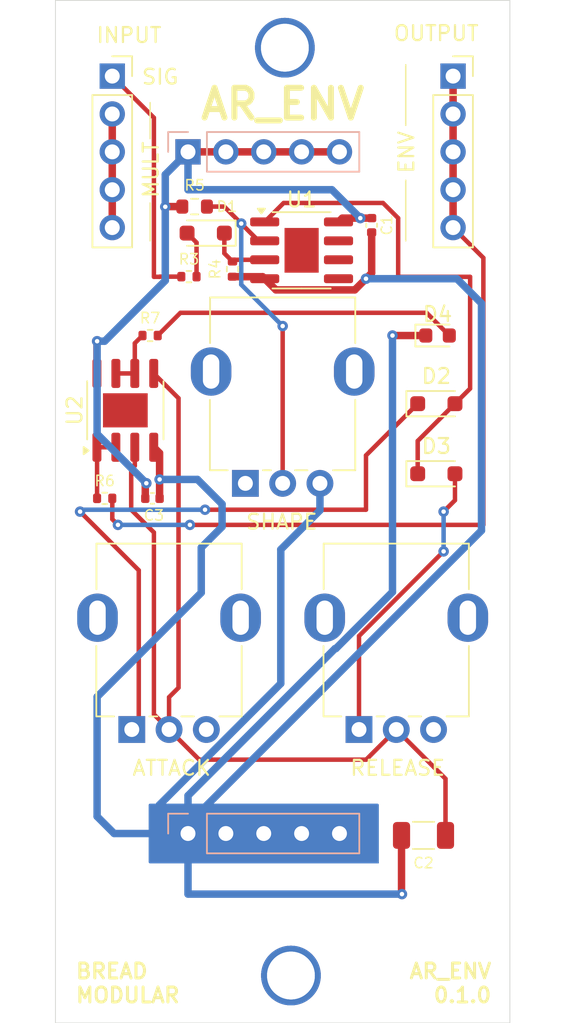
<source format=kicad_pcb>
(kicad_pcb (version 20240108) (generator "pcbnew") (generator_version "8.0")
  (layers (0 "F.Cu" signal) (31 "B.Cu" signal) (34 "B.Paste" user) (35 "F.Paste" user) (36 "B.SilkS" user "B.Silkscreen") (37 "F.SilkS" user "F.Silkscreen") (38 "B.Mask" user) (39 "F.Mask" user) (44 "Edge.Cuts" user))
  (net 0 "")
  (net 1 "GND")
  (net 2 "+5V")
  (net 3 "V_SHAPE")
  (net 4 "Net-(D1-K)")
  (net 5 "Net-(D1-A)")
  (net 6 "Net-(D2-K)")
  (net 7 "Net-(D2-A)")
  (net 8 "Net-(D3-A)")
  (net 9 "Net-(D4-A)")
  (net 10 "Net-(INPUT1-Pin_2)")
  (net 11 "V_IN")
  (net 12 "V_OUT")
  (net 13 "Net-(U1A--)")
  (net 14 "Net-(U2A--)")
  (net 15 "Net-(U2B--)")
  (footprint "Capacitor_SMD:C_0402_1005Metric" (layer "F.Cu") (at 53.495 74.041)
    (property "Reference" "C3" (at 0.099 1.143 0) (layer "F.SilkS") (effects (font (size 0.7 0.7) (thickness 0.1))))
    (property "Value" "0.1uf")
    (fp_line (start -0.107836 -0.36) (end 0.107836 -0.36) (stroke (width 0.12)) (layer "F.SilkS"))
    (fp_line (start -0.107836 0.36) (end 0.107836 0.36) (stroke (width 0.12)) (layer "F.SilkS"))
    (pad "1" smd roundrect (at -0.48 0) (size 0.56 0.62) (layers "F.Cu" "F.Paste" "F.Mask") (net 2 "+5V"))
    (pad "2" smd roundrect (at 0.48 0) (size 0.56 0.62) (layers "F.Cu" "F.Paste" "F.Mask") (net 1 "GND"))
  )
  (footprint "Capacitor_SMD:C_0402_1005Metric" (layer "F.Cu") (at 68.199 55.725 -90)
    (property "Reference" "C1" (at 0 -1.016 90) (layer "F.SilkS") (effects (font (size 0.7 0.7) (thickness 0.1))))
    (property "Value" "0.1uf")
    (fp_line (start -0.107836 0.36) (end 0.107836 0.36) (stroke (width 0.12)) (layer "F.SilkS"))
    (fp_line (start -0.107836 -0.36) (end 0.107836 -0.36) (stroke (width 0.12)) (layer "F.SilkS"))
    (pad "1" smd roundrect (at -0.48 0 270) (size 0.56 0.62) (layers "F.Cu" "F.Paste" "F.Mask") (net 2 "+5V"))
    (pad "2" smd roundrect (at 0.48 0 270) (size 0.56 0.62) (layers "F.Cu" "F.Paste" "F.Mask") (net 1 "GND"))
  )
  (footprint "Resistor_SMD:R_0402_1005Metric" (layer "F.Cu") (at 58.866 58.664 90)
    (property "Reference" "R4" (at 0 -1.17 90) (layer "F.SilkS") (effects (font (size 0.7 0.7) (thickness 0.1))))
    (property "Value" "100k")
    (fp_line (start -0.153641 -0.38) (end 0.153641 -0.38) (stroke (width 0.12)) (layer "F.SilkS"))
    (fp_line (start -0.153641 0.38) (end 0.153641 0.38) (stroke (width 0.12)) (layer "F.SilkS"))
    (pad "1" smd roundrect (at -0.51 0 90) (size 0.54 0.64) (layers "F.Cu" "F.Paste" "F.Mask") (net 1 "GND"))
    (pad "2" smd roundrect (at 0.51 0 90) (size 0.54 0.64) (layers "F.Cu" "F.Paste" "F.Mask") (net 4 "Net-(D1-K)"))
  )
  (footprint "Package_SO:SOIC-8-1EP_3.9x4.9mm_P1.27mm_EP2.29x3mm" (layer "F.Cu") (at 63.5 57.404)
    (property "Reference" "U1" (at 0 -3.4 0) (layer "F.SilkS"))
    (property "Value" "MCP6002-xSN")
    (fp_line (start 0 -2.56) (end -1.95 -2.56) (stroke (width 0.12)) (layer "F.SilkS"))
    (fp_line (start 0 -2.56) (end 1.95 -2.56) (stroke (width 0.12)) (layer "F.SilkS"))
    (fp_line (start 0 2.56) (end -1.95 2.56) (stroke (width 0.12)) (layer "F.SilkS"))
    (fp_line (start 0 2.56) (end 1.95 2.56) (stroke (width 0.12)) (layer "F.SilkS"))
    (fp_poly (pts (xy -2.7 -2.465) (xy -2.94 -2.795) (xy -2.46 -2.795) (xy -2.7 -2.465)) (stroke (width 0.12)) (fill solid) (layer "F.SilkS"))
    (pad "1" smd roundrect (at -2.475 -1.905) (size 1.95 0.6) (layers "F.Cu" "F.Paste" "F.Mask") (net 7 "Net-(D2-A)"))
    (pad "2" smd roundrect (at -2.475 -0.635) (size 1.95 0.6) (layers "F.Cu" "F.Paste" "F.Mask") (net 13 "Net-(U1A--)"))
    (pad "3" smd roundrect (at -2.475 0.635) (size 1.95 0.6) (layers "F.Cu" "F.Paste" "F.Mask") (net 4 "Net-(D1-K)"))
    (pad "4" smd roundrect (at -2.475 1.905) (size 1.95 0.6) (layers "F.Cu" "F.Paste" "F.Mask") (net 1 "GND"))
    (pad "5" smd roundrect (at 2.475 1.905) (size 1.95 0.6) (layers "F.Cu" "F.Paste" "F.Mask"))
    (pad "6" smd roundrect (at 2.475 0.635) (size 1.95 0.6) (layers "F.Cu" "F.Paste" "F.Mask"))
    (pad "7" smd roundrect (at 2.475 -0.635) (size 1.95 0.6) (layers "F.Cu" "F.Paste" "F.Mask"))
    (pad "8" smd roundrect (at 2.475 -1.905) (size 1.95 0.6) (layers "F.Cu" "F.Paste" "F.Mask") (net 2 "+5V"))
    (pad "9" smd rect (at 0 0) (size 2.29 3) (property pad_prop_heatsink) (layers "F.Cu" "F.Mask"))
  )
  (footprint "Resistor_SMD:R_0603_1608Metric" (layer "F.Cu") (at 56.325 54.471)
    (property "Reference" "R5" (at 0 -1.43 0) (layer "F.SilkS") (effects (font (size 0.7 0.7) (thickness 0.1))))
    (property "Value" "6.8k")
    (fp_line (start -0.237258 -0.5225) (end 0.237258 -0.5225) (stroke (width 0.12)) (layer "F.SilkS"))
    (fp_line (start -0.237258 0.5225) (end 0.237258 0.5225) (stroke (width 0.12)) (layer "F.SilkS"))
    (pad "1" smd roundrect (at -0.825 0) (size 0.8 0.95) (layers "F.Cu" "F.Paste" "F.Mask") (net 2 "+5V"))
    (pad "2" smd roundrect (at 0.825 0) (size 0.8 0.95) (layers "F.Cu" "F.Paste" "F.Mask") (net 13 "Net-(U1A--)"))
  )
  (footprint "Connector_PinSocket_2.54mm:PinSocket_1x05_P2.54mm_Vertical" (layer "F.Cu") (at 50.8 45.72)
    (property "Reference" "INPUT1")
    (property "Value" "Conn_01x05_Socket")
    (fp_line (start -1.33 1.27) (end -1.33 11.49) (stroke (width 0.12)) (layer "F.SilkS"))
    (fp_line (start -1.33 1.27) (end 1.33 1.27) (stroke (width 0.12)) (layer "F.SilkS"))
    (fp_line (start -1.33 11.49) (end 1.33 11.49) (stroke (width 0.12)) (layer "F.SilkS"))
    (fp_line (start 0 -1.33) (end 1.33 -1.33) (stroke (width 0.12)) (layer "F.SilkS"))
    (fp_line (start 1.33 -1.33) (end 1.33 0) (stroke (width 0.12)) (layer "F.SilkS"))
    (fp_line (start 1.33 1.27) (end 1.33 11.49) (stroke (width 0.12)) (layer "F.SilkS"))
    (pad "1" thru_hole rect (at 0 0) (size 1.7 1.7) (drill 1) (layers "*.Cu" "*.Mask") (net 11 "V_IN"))
    (pad "2" thru_hole oval (at 0 2.54) (size 1.7 1.7) (drill 1) (layers "*.Cu" "*.Mask") (net 10 "Net-(INPUT1-Pin_2)"))
    (pad "3" thru_hole oval (at 0 5.08) (size 1.7 1.7) (drill 1) (layers "*.Cu" "*.Mask") (net 10 "Net-(INPUT1-Pin_2)"))
    (pad "4" thru_hole oval (at 0 7.62) (size 1.7 1.7) (drill 1) (layers "*.Cu" "*.Mask") (net 10 "Net-(INPUT1-Pin_2)"))
    (pad "5" thru_hole oval (at 0 10.16) (size 1.7 1.7) (drill 1) (layers "*.Cu" "*.Mask") (net 10 "Net-(INPUT1-Pin_2)"))
  )
  (footprint "LED_SMD:LED_0603_1608Metric" (layer "F.Cu") (at 72.6185 63.119)
    (property "Reference" "D4" (at 0 -1.43 0) (layer "F.SilkS"))
    (property "Value" "LED")
    (fp_line (start -1.485 -0.735) (end -1.485 0.735) (stroke (width 0.12)) (layer "F.SilkS"))
    (fp_line (start -1.485 0.735) (end 0.8 0.735) (stroke (width 0.12)) (layer "F.SilkS"))
    (fp_line (start 0.8 -0.735) (end -1.485 -0.735) (stroke (width 0.12)) (layer "F.SilkS"))
    (pad "1" smd roundrect (at -0.7875 0) (size 0.875 0.95) (layers "F.Cu" "F.Paste" "F.Mask") (net 1 "GND"))
    (pad "2" smd roundrect (at 0.7875 0) (size 0.875 0.95) (layers "F.Cu" "F.Paste" "F.Mask") (net 9 "Net-(D4-A)"))
  )
  (footprint "Connector_PinSocket_2.54mm:PinSocket_1x05_P2.54mm_Vertical" (layer "F.Cu") (at 73.66 45.72)
    (property "Reference" "OUTPUT2")
    (property "Value" "Conn_01x05_Socket")
    (fp_line (start -1.33 1.27) (end -1.33 11.49) (stroke (width 0.12)) (layer "F.SilkS"))
    (fp_line (start -1.33 1.27) (end 1.33 1.27) (stroke (width 0.12)) (layer "F.SilkS"))
    (fp_line (start -1.33 11.49) (end 1.33 11.49) (stroke (width 0.12)) (layer "F.SilkS"))
    (fp_line (start 0 -1.33) (end 1.33 -1.33) (stroke (width 0.12)) (layer "F.SilkS"))
    (fp_line (start 1.33 -1.33) (end 1.33 0) (stroke (width 0.12)) (layer "F.SilkS"))
    (fp_line (start 1.33 1.27) (end 1.33 11.49) (stroke (width 0.12)) (layer "F.SilkS"))
    (pad "1" thru_hole rect (at 0 0) (size 1.7 1.7) (drill 1) (layers "*.Cu" "*.Mask") (net 12 "V_OUT"))
    (pad "2" thru_hole oval (at 0 2.54) (size 1.7 1.7) (drill 1) (layers "*.Cu" "*.Mask") (net 12 "V_OUT"))
    (pad "3" thru_hole oval (at 0 5.08) (size 1.7 1.7) (drill 1) (layers "*.Cu" "*.Mask") (net 12 "V_OUT"))
    (pad "4" thru_hole oval (at 0 7.62) (size 1.7 1.7) (drill 1) (layers "*.Cu" "*.Mask") (net 12 "V_OUT"))
    (pad "5" thru_hole oval (at 0 10.16) (size 1.7 1.7) (drill 1) (layers "*.Cu" "*.Mask") (net 12 "V_OUT"))
  )
  (footprint "Resistor_SMD:R_0402_1005Metric" (layer "F.Cu") (at 50.292 74.041)
    (property "Reference" "R6" (at 0 -1.17 0) (layer "F.SilkS") (effects (font (size 0.7 0.7) (thickness 0.1))))
    (property "Value" "1k")
    (fp_line (start -0.153641 -0.38) (end 0.153641 -0.38) (stroke (width 0.12)) (layer "F.SilkS"))
    (fp_line (start -0.153641 0.38) (end 0.153641 0.38) (stroke (width 0.12)) (layer "F.SilkS"))
    (pad "1" smd roundrect (at -0.51 0) (size 0.54 0.64) (layers "F.Cu" "F.Paste" "F.Mask") (net 14 "Net-(U2A--)"))
    (pad "2" smd roundrect (at 0.51 0) (size 0.54 0.64) (layers "F.Cu" "F.Paste" "F.Mask") (net 12 "V_OUT"))
  )
  (footprint "BreadModular_Pots:Potentiometer_RV09" (layer "F.Cu") (at 59.73 73.035 90)
    (property "Reference" "RV1")
    (property "Value" "5k")
    (fp_line (start 0.88 -2.38) (end 5.6 -2.38) (stroke (width 0.12)) (layer "F.SilkS"))
    (fp_line (start 9.41 -2.37) (end 12.47 -2.37) (stroke (width 0.12)) (layer "F.SilkS"))
    (fp_line (start 0.88 -1.19) (end 0.88 -2.37) (stroke (width 0.12)) (layer "F.SilkS"))
    (fp_line (start 0.88 1.71) (end 0.88 1.18) (stroke (width 0.12)) (layer "F.SilkS"))
    (fp_line (start 0.88 4.16) (end 0.88 3.33) (stroke (width 0.12)) (layer "F.SilkS"))
    (fp_line (start 12.47 7.37) (end 12.47 -2.37) (stroke (width 0.12)) (layer "F.SilkS"))
    (fp_line (start 9.41 7.37) (end 12.47 7.37) (stroke (width 0.12)) (layer "F.SilkS"))
    (fp_line (start 0.88 7.37) (end 0.88 5.88) (stroke (width 0.12)) (layer "F.SilkS"))
    (fp_line (start 0.88 7.37) (end 5.6 7.37) (stroke (width 0.12)) (layer "F.SilkS"))
    (pad "" thru_hole oval (at 7.5 -2.3 180) (size 2.72 3.24) (drill oval 1.1 2.3) (layers "*.Cu" "*.Mask"))
    (pad "" thru_hole oval (at 7.5 7.3 180) (size 2.72 3.24) (drill oval 1.1 2.3) (layers "*.Cu" "*.Mask"))
    (pad "1" thru_hole rect (at 0 0 180) (size 1.8 1.8) (drill 1) (layers "*.Cu" "*.Mask"))
    (pad "2" thru_hole circle (at 0 2.5 180) (size 1.8 1.8) (drill 1) (layers "*.Cu" "*.Mask") (net 13 "Net-(U1A--)"))
    (pad "3" thru_hole circle (at 0 5 180) (size 1.8 1.8) (drill 1) (layers "*.Cu" "*.Mask") (net 1 "GND"))
  )
  (footprint "Resistor_SMD:R_0402_1005Metric" (layer "F.Cu") (at 55.943 59.17)
    (property "Reference" "R3" (at 0 -1.17 0) (layer "F.SilkS") (effects (font (size 0.7 0.7) (thickness 0.1))))
    (property "Value" "100k")
    (fp_line (start -0.153641 -0.38) (end 0.153641 -0.38) (stroke (width 0.12)) (layer "F.SilkS"))
    (fp_line (start -0.153641 0.38) (end 0.153641 0.38) (stroke (width 0.12)) (layer "F.SilkS"))
    (pad "1" smd roundrect (at -0.51 0) (size 0.54 0.64) (layers "F.Cu" "F.Paste" "F.Mask") (net 11 "V_IN"))
    (pad "2" smd roundrect (at 0.51 0) (size 0.54 0.64) (layers "F.Cu" "F.Paste" "F.Mask") (net 5 "Net-(D1-A)"))
  )
  (footprint "Capacitor_SMD:C_1206_3216Metric" (layer "F.Cu") (at 71.677 96.647 180)
    (property "Reference" "C2" (at 0 -1.85 360) (layer "F.SilkS") (effects (font (size 0.7 0.7) (thickness 0.1))))
    (property "Value" "1uf")
    (fp_line (start -0.711252 0.91) (end 0.711252 0.91) (stroke (width 0.12)) (layer "F.SilkS"))
    (fp_line (start -0.711252 -0.91) (end 0.711252 -0.91) (stroke (width 0.12)) (layer "F.SilkS"))
    (pad "1" smd roundrect (at -1.475 0 180) (size 1.15 1.8) (layers "F.Cu" "F.Paste" "F.Mask") (roundrect_rratio 0.217391) (net 3 "V_SHAPE"))
    (pad "2" smd roundrect (at 1.475 0 180) (size 1.15 1.8) (layers "F.Cu" "F.Paste" "F.Mask") (roundrect_rratio 0.217391) (net 1 "GND"))
  )
  (footprint "BreadModular_Pots:Potentiometer_RV09" (layer "F.Cu") (at 52.11 89.545 90)
    (property "Reference" "RV2")
    (property "Value" "1M")
    (fp_line (start 0.88 -2.38) (end 5.6 -2.38) (stroke (width 0.12)) (layer "F.SilkS"))
    (fp_line (start 9.41 -2.37) (end 12.47 -2.37) (stroke (width 0.12)) (layer "F.SilkS"))
    (fp_line (start 0.88 -1.19) (end 0.88 -2.37) (stroke (width 0.12)) (layer "F.SilkS"))
    (fp_line (start 0.88 1.71) (end 0.88 1.18) (stroke (width 0.12)) (layer "F.SilkS"))
    (fp_line (start 0.88 4.16) (end 0.88 3.33) (stroke (width 0.12)) (layer "F.SilkS"))
    (fp_line (start 12.47 7.37) (end 12.47 -2.37) (stroke (width 0.12)) (layer "F.SilkS"))
    (fp_line (start 9.41 7.37) (end 12.47 7.37) (stroke (width 0.12)) (layer "F.SilkS"))
    (fp_line (start 0.88 7.37) (end 0.88 5.88) (stroke (width 0.12)) (layer "F.SilkS"))
    (fp_line (start 0.88 7.37) (end 5.6 7.37) (stroke (width 0.12)) (layer "F.SilkS"))
    (pad "" thru_hole oval (at 7.5 -2.3 180) (size 2.72 3.24) (drill oval 1.1 2.3) (layers "*.Cu" "*.Mask"))
    (pad "" thru_hole oval (at 7.5 7.3 180) (size 2.72 3.24) (drill oval 1.1 2.3) (layers "*.Cu" "*.Mask"))
    (pad "1" thru_hole rect (at 0 0 180) (size 1.8 1.8) (drill 1) (layers "*.Cu" "*.Mask") (net 6 "Net-(D2-K)"))
    (pad "2" thru_hole circle (at 0 2.5 180) (size 1.8 1.8) (drill 1) (layers "*.Cu" "*.Mask") (net 3 "V_SHAPE"))
    (pad "3" thru_hole circle (at 0 5 180) (size 1.8 1.8) (drill 1) (layers "*.Cu" "*.Mask"))
  )
  (footprint "Diode_SMD:D_SOD-323_HandSoldering" (layer "F.Cu") (at 72.537 67.691)
    (property "Reference" "D2" (at 0 -1.85 0) (layer "F.SilkS"))
    (property "Value" "1N4148WS")
    (fp_line (start -2.01 -0.85) (end -2.01 0.85) (stroke (width 0.12)) (layer "F.SilkS"))
    (fp_line (start -2.01 -0.85) (end 1.25 -0.85) (stroke (width 0.12)) (layer "F.SilkS"))
    (fp_line (start -2.01 0.85) (end 1.25 0.85) (stroke (width 0.12)) (layer "F.SilkS"))
    (pad "1" smd roundrect (at -1.25 0) (size 1 1) (layers "F.Cu" "F.Paste" "F.Mask") (net 6 "Net-(D2-K)"))
    (pad "2" smd roundrect (at 1.25 0) (size 1 1) (layers "F.Cu" "F.Paste" "F.Mask") (net 7 "Net-(D2-A)"))
  )
  (footprint "Package_SO:SOIC-8-1EP_3.9x4.9mm_P1.27mm_EP2.29x3mm" (layer "F.Cu") (at 51.677 68.137 90)
    (property "Reference" "U2" (at 0 -3.4 90) (layer "F.SilkS"))
    (property "Value" "MCP6002-xSN")
    (fp_line (start 0 -2.56) (end 1.95 -2.56) (stroke (width 0.12)) (layer "F.SilkS"))
    (fp_line (start 0 -2.56) (end -1.95 -2.56) (stroke (width 0.12)) (layer "F.SilkS"))
    (fp_line (start 0 2.56) (end 1.95 2.56) (stroke (width 0.12)) (layer "F.SilkS"))
    (fp_line (start 0 2.56) (end -1.95 2.56) (stroke (width 0.12)) (layer "F.SilkS"))
    (fp_poly (pts (xy -2.7 -2.465) (xy -2.94 -2.795) (xy -2.46 -2.795) (xy -2.7 -2.465)) (stroke (width 0.12)) (fill solid) (layer "F.SilkS"))
    (pad "1" smd roundrect (at -2.475 -1.905 90) (size 1.95 0.6) (layers "F.Cu" "F.Paste" "F.Mask") (net 14 "Net-(U2A--)"))
    (pad "2" smd roundrect (at -2.475 -0.635 90) (size 1.95 0.6) (layers "F.Cu" "F.Paste" "F.Mask") (net 14 "Net-(U2A--)"))
    (pad "3" smd roundrect (at -2.475 0.635 90) (size 1.95 0.6) (layers "F.Cu" "F.Paste" "F.Mask") (net 3 "V_SHAPE"))
    (pad "4" smd roundrect (at -2.475 1.905 90) (size 1.95 0.6) (layers "F.Cu" "F.Paste" "F.Mask") (net 1 "GND"))
    (pad "5" smd roundrect (at 2.475 1.905 90) (size 1.95 0.6) (layers "F.Cu" "F.Paste" "F.Mask") (net 3 "V_SHAPE"))
    (pad "6" smd roundrect (at 2.475 0.635 90) (size 1.95 0.6) (layers "F.Cu" "F.Paste" "F.Mask") (net 15 "Net-(U2B--)"))
    (pad "7" smd roundrect (at 2.475 -0.635 90) (size 1.95 0.6) (layers "F.Cu" "F.Paste" "F.Mask") (net 15 "Net-(U2B--)"))
    (pad "8" smd roundrect (at 2.475 -1.905 90) (size 1.95 0.6) (layers "F.Cu" "F.Paste" "F.Mask") (net 2 "+5V"))
    (pad "9" smd rect (at 0 0 90) (size 2.29 3) (property pad_prop_heatsink) (layers "F.Cu" "F.Mask"))
  )
  (footprint "Diode_SMD:D_SOD-323_HandSoldering" (layer "F.Cu") (at 57.068 56.249 180)
    (property "Reference" "D1" (at -1.417 1.778 0) (layer "F.SilkS") (effects (font (size 0.7 0.7) (thickness 0.1))))
    (property "Value" "1N4148WS")
    (fp_line (start -2.01 0.85) (end 1.25 0.85) (stroke (width 0.12)) (layer "F.SilkS"))
    (fp_line (start -2.01 -0.85) (end 1.25 -0.85) (stroke (width 0.12)) (layer "F.SilkS"))
    (fp_line (start -2.01 -0.85) (end -2.01 0.85) (stroke (width 0.12)) (layer "F.SilkS"))
    (pad "1" smd roundrect (at -1.25 0 180) (size 1 1) (layers "F.Cu" "F.Paste" "F.Mask") (net 4 "Net-(D1-K)"))
    (pad "2" smd roundrect (at 1.25 0 180) (size 1 1) (layers "F.Cu" "F.Paste" "F.Mask") (net 5 "Net-(D1-A)"))
  )
  (footprint "Diode_SMD:D_SOD-323_HandSoldering" (layer "F.Cu") (at 72.537 72.39)
    (property "Reference" "D3" (at 0 -1.85 0) (layer "F.SilkS"))
    (property "Value" "1N4148WS")
    (fp_line (start -2.01 -0.85) (end -2.01 0.85) (stroke (width 0.12)) (layer "F.SilkS"))
    (fp_line (start -2.01 -0.85) (end 1.25 -0.85) (stroke (width 0.12)) (layer "F.SilkS"))
    (fp_line (start -2.01 0.85) (end 1.25 0.85) (stroke (width 0.12)) (layer "F.SilkS"))
    (pad "1" smd roundrect (at -1.25 0) (size 1 1) (layers "F.Cu" "F.Paste" "F.Mask") (net 7 "Net-(D2-A)"))
    (pad "2" smd roundrect (at 1.25 0) (size 1 1) (layers "F.Cu" "F.Paste" "F.Mask") (net 8 "Net-(D3-A)"))
  )
  (footprint "Resistor_SMD:R_0402_1005Metric" (layer "F.Cu") (at 53.338 63.119)
    (property "Reference" "R7" (at 0 -1.17 0) (layer "F.SilkS") (effects (font (size 0.7 0.7) (thickness 0.1))))
    (property "Value" "1k")
    (fp_line (start -0.153641 -0.38) (end 0.153641 -0.38) (stroke (width 0.12)) (layer "F.SilkS"))
    (fp_line (start -0.153641 0.38) (end 0.153641 0.38) (stroke (width 0.12)) (layer "F.SilkS"))
    (pad "1" smd roundrect (at -0.51 0) (size 0.54 0.64) (layers "F.Cu" "F.Paste" "F.Mask") (net 15 "Net-(U2B--)"))
    (pad "2" smd roundrect (at 0.51 0) (size 0.54 0.64) (layers "F.Cu" "F.Paste" "F.Mask") (net 9 "Net-(D4-A)"))
  )
  (footprint "BreadModular_Pots:Potentiometer_RV09" (layer "F.Cu") (at 67.35 89.545 90)
    (property "Reference" "RV3")
    (property "Value" "1M")
    (fp_line (start 0.88 -2.38) (end 5.6 -2.38) (stroke (width 0.12)) (layer "F.SilkS"))
    (fp_line (start 9.41 -2.37) (end 12.47 -2.37) (stroke (width 0.12)) (layer "F.SilkS"))
    (fp_line (start 0.88 -1.19) (end 0.88 -2.37) (stroke (width 0.12)) (layer "F.SilkS"))
    (fp_line (start 0.88 1.71) (end 0.88 1.18) (stroke (width 0.12)) (layer "F.SilkS"))
    (fp_line (start 0.88 4.16) (end 0.88 3.33) (stroke (width 0.12)) (layer "F.SilkS"))
    (fp_line (start 12.47 7.37) (end 12.47 -2.37) (stroke (width 0.12)) (layer "F.SilkS"))
    (fp_line (start 9.41 7.37) (end 12.47 7.37) (stroke (width 0.12)) (layer "F.SilkS"))
    (fp_line (start 0.88 7.37) (end 0.88 5.88) (stroke (width 0.12)) (layer "F.SilkS"))
    (fp_line (start 0.88 7.37) (end 5.6 7.37) (stroke (width 0.12)) (layer "F.SilkS"))
    (pad "" thru_hole oval (at 7.5 -2.3 180) (size 2.72 3.24) (drill oval 1.1 2.3) (layers "*.Cu" "*.Mask"))
    (pad "" thru_hole oval (at 7.5 7.3 180) (size 2.72 3.24) (drill oval 1.1 2.3) (layers "*.Cu" "*.Mask"))
    (pad "1" thru_hole rect (at 0 0 180) (size 1.8 1.8) (drill 1) (layers "*.Cu" "*.Mask") (net 8 "Net-(D3-A)"))
    (pad "2" thru_hole circle (at 0 2.5 180) (size 1.8 1.8) (drill 1) (layers "*.Cu" "*.Mask") (net 3 "V_SHAPE"))
    (pad "3" thru_hole circle (at 0 5 180) (size 1.8 1.8) (drill 1) (layers "*.Cu" "*.Mask"))
  )
  (footprint "Connector_PinHeader_2.54mm:PinHeader_1x05_P2.54mm_Vertical" (layer "B.Cu") (at 55.88 96.52 -90)
    (property "Reference" "GND1" (hide yes))
    (property "Value" "Conn_01x05_Pin")
    (fp_line (start -1.33 1.33) (end -1.33 0) (stroke (width 0.12)) (layer "B.SilkS"))
    (fp_line (start 0 1.33) (end -1.33 1.33) (stroke (width 0.12)) (layer "B.SilkS"))
    (fp_line (start 1.33 -1.27) (end -1.33 -1.27) (stroke (width 0.12)) (layer "B.SilkS"))
    (fp_line (start -1.33 -11.49) (end -1.33 -1.27) (stroke (width 0.12)) (layer "B.SilkS"))
    (fp_line (start 1.33 -11.49) (end 1.33 -1.27) (stroke (width 0.12)) (layer "B.SilkS"))
    (fp_line (start 1.33 -11.49) (end -1.33 -11.49) (stroke (width 0.12)) (layer "B.SilkS"))
    (pad "1" thru_hole rect (at 0 0 270) (size 1.7 1.7) (drill 1) (layers "*.Cu" "*.Mask") (net 1 "GND"))
    (pad "2" thru_hole oval (at 0 -2.54 270) (size 1.7 1.7) (drill 1) (layers "*.Cu" "*.Mask") (net 1 "GND"))
    (pad "3" thru_hole oval (at 0 -5.08 270) (size 1.7 1.7) (drill 1) (layers "*.Cu" "*.Mask") (net 1 "GND"))
    (pad "4" thru_hole oval (at 0 -7.62 270) (size 1.7 1.7) (drill 1) (layers "*.Cu" "*.Mask") (net 1 "GND"))
    (pad "5" thru_hole oval (at 0 -10.16 270) (size 1.7 1.7) (drill 1) (layers "*.Cu" "*.Mask") (net 1 "GND"))
  )
  (footprint "Connector_PinHeader_2.54mm:PinHeader_1x05_P2.54mm_Vertical" (layer "B.Cu") (at 55.88 50.8 -90)
    (property "Reference" "5V1" (hide yes))
    (property "Value" "Conn_01x05_Pin")
    (fp_line (start -1.33 1.33) (end -1.33 0) (stroke (width 0.12)) (layer "B.SilkS"))
    (fp_line (start 0 1.33) (end -1.33 1.33) (stroke (width 0.12)) (layer "B.SilkS"))
    (fp_line (start 1.33 -1.27) (end -1.33 -1.27) (stroke (width 0.12)) (layer "B.SilkS"))
    (fp_line (start -1.33 -11.49) (end -1.33 -1.27) (stroke (width 0.12)) (layer "B.SilkS"))
    (fp_line (start 1.33 -11.49) (end 1.33 -1.27) (stroke (width 0.12)) (layer "B.SilkS"))
    (fp_line (start 1.33 -11.49) (end -1.33 -11.49) (stroke (width 0.12)) (layer "B.SilkS"))
    (pad "1" thru_hole rect (at 0 0 270) (size 1.7 1.7) (drill 1) (layers "*.Cu" "*.Mask") (net 2 "+5V"))
    (pad "2" thru_hole oval (at 0 -2.54 270) (size 1.7 1.7) (drill 1) (layers "*.Cu" "*.Mask") (net 2 "+5V"))
    (pad "3" thru_hole oval (at 0 -5.08 270) (size 1.7 1.7) (drill 1) (layers "*.Cu" "*.Mask") (net 2 "+5V"))
    (pad "4" thru_hole oval (at 0 -7.62 270) (size 1.7 1.7) (drill 1) (layers "*.Cu" "*.Mask") (net 2 "+5V"))
    (pad "5" thru_hole oval (at 0 -10.16 270) (size 1.7 1.7) (drill 1) (layers "*.Cu" "*.Mask") (net 2 "+5V"))
  )
  (gr_poly (pts (xy 53.34 94.615) (xy 68.58 94.615) (xy 68.58 98.425) (xy 53.34 98.425)) (stroke (width 0.2)) (fill solid) (layer "B.Cu") (net 1))
  (gr_line (start 70.485 49.022) (end 70.485 44.958) (stroke (width 0.1)) (layer "F.SilkS"))
  (gr_line (start 70.485 52.705) (end 70.485 56.769) (stroke (width 0.1)) (layer "F.SilkS"))
  (gr_line (start 53.34 49.911) (end 53.34 47.498) (stroke (width 0.1)) (layer "F.SilkS"))
  (gr_line (start 53.34 54.229) (end 53.34 56.769) (stroke (width 0.1)) (layer "F.SilkS"))
  (gr_line (start 46.99 109.22) (end 77.47 109.22) (stroke (width 0.05)) (layer "Edge.Cuts"))
  (gr_line (start 77.47 40.64) (end 46.99 40.64) (stroke (width 0.05)) (layer "Edge.Cuts"))
  (gr_line (start 46.99 40.64) (end 46.99 109.22) (stroke (width 0.05)) (layer "Edge.Cuts"))
  (gr_line (start 77.47 109.22) (end 77.47 40.64) (stroke (width 0.05)) (layer "Edge.Cuts"))
  (gr_text "SIG" (at 52.705 46.355 0) (layer "F.SilkS") (effects (font (size 1 1)) (justify left bottom)))
  (gr_text "SHAPE" (at 59.69 76.2 0) (layer "F.SilkS") (effects (font (size 1 1)) (justify left bottom)))
  (gr_text "ATTACK" (at 52.07 92.71 0) (layer "F.SilkS") (effects (font (size 1 1)) (justify left bottom)))
  (gr_text "AR_ENV\n0.1.0" (at 76.327 107.95 0) (layer "F.SilkS") (effects (font (size 1 1) (thickness 0.2) (bold yes)) (justify right bottom)))
  (gr_text "AR_ENV" (at 62.23 48.768 0) (layer "F.SilkS") (effects (font (size 2 2) (thickness 0.4) (bold yes)) (justify bottom)))
  (gr_text "RELEASE" (at 66.675 92.71 0) (layer "F.SilkS") (effects (font (size 1 1)) (justify left bottom)))
  (gr_text "ENV" (at 71.12 52.324 90) (layer "F.SilkS") (effects (font (size 1 1)) (justify left bottom)))
  (gr_text "INPUT" (at 49.657 43.561 0) (layer "F.SilkS") (effects (font (size 1 1)) (justify left bottom)))
  (gr_text "MULT" (at 53.975 53.975 90) (layer "F.SilkS") (effects (font (size 1 1)) (justify left bottom)))
  (gr_text "BREAD\nMODULAR" (at 48.26 107.95 0) (layer "F.SilkS") (effects (font (size 1 1) (thickness 0.2) (bold yes)) (justify left bottom)))
  (gr_text "OUTPUT" (at 69.596 43.434 0) (layer "F.SilkS") (effects (font (size 1 1)) (justify left bottom)))
  (via (at 62.37758 43.815) (size 4) (drill 3.2) (layers "F.Cu" "B.Cu") (net 0))
  (via (at 62.784908 106.045) (size 4) (drill 3.2) (layers "F.Cu" "B.Cu") (net 0))
  (via (at 62.37758 43.815) (size 4) (drill 3.2) (layers "F.Cu" "B.Cu") (net 0))
  (via (at 62.784908 106.045) (size 4) (drill 3.2) (layers "F.Cu" "B.Cu") (net 0))
  (via (at 62.784908 106.045) (size 4) (drill 3.2) (layers "F.Cu" "B.Cu") (net 0))
  (via (at 62.784908 106.045) (size 4) (drill 3.2) (layers "F.Cu" "B.Cu") (net 0))
  (via (at 62.37758 43.815) (size 4) (drill 3.2) (layers "F.Cu" "B.Cu") (net 0))
  (via (at 62.37758 43.815) (size 4) (drill 3.2) (layers "F.Cu" "B.Cu") (net 0))
  (segment (start 67.068 60.059) (end 67.818 59.309) (width 0.5) (layer "F.Cu") (net 1))
  (segment (start 55.88 96.52) (end 66.04 96.52) (width 0.5) (layer "F.Cu") (net 1))
  (segment (start 68.199 58.928) (end 68.199 56.205) (width 0.5) (layer "F.Cu") (net 1))
  (segment (start 71.831 63.119) (end 69.596 63.119) (width 0.5) (layer "F.Cu") (net 1))
  (segment (start 53.975 71.005) (end 53.975 72.771) (width 0.5) (layer "F.Cu") (net 1))
  (segment (start 70.202 96.647) (end 70.202 100.555) (width 0.5) (layer "F.Cu") (net 1))
  (segment (start 53.582 70.612) (end 53.975 71.005) (width 0.5) (layer "F.Cu") (net 1))
  (segment (start 60.89 59.174) (end 61.025 59.309) (width 0.5) (layer "F.Cu") (net 1))
  (segment (start 61.775 60.059) (end 67.068 60.059) (width 0.5) (layer "F.Cu") (net 1))
  (segment (start 67.818 59.309) (end 68.199 58.928) (width 0.5) (layer "F.Cu") (net 1))
  (segment (start 70.202 100.555) (end 70.231 100.584) (width 0.5) (layer "F.Cu") (net 1))
  (segment (start 61.025 59.309) (end 61.775 60.059) (width 0.5) (layer "F.Cu") (net 1))
  (segment (start 58.866 59.174) (end 60.89 59.174) (width 0.5) (layer "F.Cu") (net 1))
  (segment (start 53.975 72.771) (end 53.975 74.041) (width 0.5) (layer "F.Cu") (net 1))
  (via (at 53.975 72.771) (size 0.7) (drill 0.3) (layers "F.Cu" "B.Cu") (net 1))
  (via (at 67.818 59.309) (size 0.7) (drill 0.3) (layers "F.Cu" "B.Cu") (net 1))
  (via (at 69.596 63.119) (size 0.7) (drill 0.3) (layers "F.Cu" "B.Cu") (net 1))
  (via (at 70.231 100.584) (size 0.7) (drill 0.3) (layers "F.Cu" "B.Cu") (net 1))
  (segment (start 73.914 59.309) (end 75.565 60.96) (width 0.5) (layer "B.Cu") (net 1))
  (segment (start 65.799727 84.115) (end 65.745 84.115) (width 0.5) (layer "B.Cu") (net 1))
  (segment (start 49.784 95.377) (end 50.927 96.52) (width 0.5) (layer "B.Cu") (net 1))
  (segment (start 55.88 93.98) (end 55.88 96.52) (width 0.5) (layer "B.Cu") (net 1))
  (segment (start 49.784 87.351637) (end 49.784 95.377) (width 0.5) (layer "B.Cu") (net 1))
  (segment (start 56.769 80.366637) (end 49.784 87.351637) (width 0.5) (layer "B.Cu") (net 1))
  (segment (start 64.73 73.035) (end 64.73 74.843) (width 0.5) (layer "B.Cu") (net 1))
  (segment (start 69.596 63.119) (end 69.596 80.318727) (width 0.5) (layer "B.Cu") (net 1))
  (segment (start 55.88 100.584) (end 55.88 96.52) (width 0.5) (layer "B.Cu") (net 1))
  (segment (start 69.596 80.318727) (end 65.799727 84.115) (width 0.5) (layer "B.Cu") (net 1))
  (segment (start 62.103 77.47) (end 62.103 86.461189) (width 0.5) (layer "B.Cu") (net 1))
  (segment (start 53.962095 94.602094) (end 55.88 96.52) (width 0.5) (layer "B.Cu") (net 1))
  (segment (start 62.103 86.461189) (end 53.962095 94.602094) (width 0.5) (layer "B.Cu") (net 1))
  (segment (start 58.166 74.4235) (end 58.166 75.946) (width 0.5) (layer "B.Cu") (net 1))
  (segment (start 75.565 76.2) (end 55.88 95.885) (width 0.5) (layer "B.Cu") (net 1))
  (segment (start 65.745 84.115) (end 55.88 93.98) (width 0.5) (layer "B.Cu") (net 1))
  (segment (start 58.166 75.946) (end 56.769 77.343) (width 0.5) (layer "B.Cu") (net 1))
  (segment (start 64.73 74.843) (end 62.103 77.47) (width 0.5) (layer "B.Cu") (net 1))
  (segment (start 56.5135 72.771) (end 58.166 74.4235) (width 0.5) (layer "B.Cu") (net 1))
  (segment (start 53.975 72.771) (end 56.5135 72.771) (width 0.5) (layer "B.Cu") (net 1))
  (segment (start 70.231 100.584) (end 55.88 100.584) (width 0.5) (layer "B.Cu") (net 1))
  (segment (start 75.565 60.96) (end 75.565 76.2) (width 0.5) (layer "B.Cu") (net 1))
  (segment (start 67.818 59.309) (end 73.914 59.309) (width 0.5) (layer "B.Cu") (net 1))
  (segment (start 55.88 95.885) (end 55.88 96.52) (width 0.5) (layer "B.Cu") (net 1))
  (segment (start 50.927 96.52) (end 55.88 96.52) (width 0.5) (layer "B.Cu") (net 1))
  (segment (start 56.769 77.343) (end 56.769 80.366637) (width 0.5) (layer "B.Cu") (net 1))
  (segment (start 67.437 55.245) (end 68.199 55.245) (width 0.5) (layer "F.Cu") (net 2))
  (segment (start 65.975 55.499) (end 66.229 55.245) (width 0.5) (layer "F.Cu") (net 2))
  (segment (start 49.772 63.512) (end 49.784 63.5) (width 0.5) (layer "F.Cu") (net 2))
  (segment (start 49.772 65.662) (end 49.772 63.512) (width 0.5) (layer "F.Cu") (net 2))
  (segment (start 53.015 73.096) (end 53.086 73.025) (width 0.5) (layer "F.Cu") (net 2))
  (segment (start 53.015 74.041) (end 53.015 73.096) (width 0.5) (layer "F.Cu") (net 2))
  (segment (start 55.5 54.471) (end 54.368 54.471) (width 0.5) (layer "F.Cu") (net 2))
  (segment (start 55.88 50.8) (end 66.04 50.8) (width 0.5) (layer "F.Cu") (net 2))
  (segment (start 66.229 55.245) (end 67.437 55.245) (width 0.5) (layer "F.Cu") (net 2))
  (segment (start 54.368 54.471) (end 54.356 54.483) (width 0.5) (layer "F.Cu") (net 2))
  (via (at 49.784 63.5) (size 0.7) (drill 0.3) (layers "F.Cu" "B.Cu") (net 2))
  (via (at 67.437 55.245) (size 0.7) (drill 0.3) (layers "F.Cu" "B.Cu") (net 2))
  (via (at 54.356 54.483) (size 0.7) (drill 0.3) (layers "F.Cu" "B.Cu") (net 2))
  (via (at 53.086 73.025) (size 0.7) (drill 0.3) (layers "F.Cu" "B.Cu") (net 2))
  (segment (start 49.784 63.5) (end 50.292 63.5) (width 0.5) (layer "B.Cu") (net 2))
  (segment (start 50.292 63.5) (end 54.356 59.436) (width 0.5) (layer "B.Cu") (net 2))
  (segment (start 65.532 53.34) (end 55.88 53.34) (width 0.5) (layer "B.Cu") (net 2))
  (segment (start 54.356 54.483) (end 54.356 52.324) (width 0.5) (layer "B.Cu") (net 2))
  (segment (start 49.784 69.723) (end 49.784 63.5) (width 0.5) (layer "B.Cu") (net 2))
  (segment (start 53.086 73.025) (end 49.784 69.723) (width 0.5) (layer "B.Cu") (net 2))
  (segment (start 55.88 53.34) (end 55.88 50.8) (width 0.5) (layer "B.Cu") (net 2))
  (segment (start 54.356 52.324) (end 55.88 50.8) (width 0.5) (layer "B.Cu") (net 2))
  (segment (start 54.356 59.436) (end 54.356 54.483) (width 0.5) (layer "B.Cu") (net 2))
  (segment (start 67.437 55.245) (end 65.532 53.34) (width 0.5) (layer "B.Cu") (net 2))
  (segment (start 56.632 91.567) (end 67.828 91.567) (width 0.3) (layer "F.Cu") (net 3))
  (segment (start 54.61 89.545) (end 53.594 88.529) (width 0.3) (layer "F.Cu") (net 3))
  (segment (start 54.61 89.545) (end 56.632 91.567) (width 0.3) (layer "F.Cu") (net 3))
  (segment (start 73.152 92.847) (end 73.152 96.647) (width 0.3) (layer "F.Cu") (net 3))
  (segment (start 52.07 72.094) (end 52.312 71.852) (width 0.3) (layer "F.Cu") (net 3))
  (segment (start 53.594 88.529) (end 53.594 76.327) (width 0.3) (layer "F.Cu") (net 3))
  (segment (start 53.582 65.662) (end 55.245 67.325) (width 0.3) (layer "F.Cu") (net 3))
  (segment (start 52.07 74.803) (end 52.07 72.094) (width 0.3) (layer "F.Cu") (net 3))
  (segment (start 52.312 71.852) (end 52.312 70.612) (width 0.3) (layer "F.Cu") (net 3))
  (segment (start 69.85 89.545) (end 73.152 92.847) (width 0.3) (layer "F.Cu") (net 3))
  (segment (start 55.245 86.741) (end 54.61 87.376) (width 0.3) (layer "F.Cu") (net 3))
  (segment (start 67.828 91.567) (end 69.85 89.545) (width 0.3) (layer "F.Cu") (net 3))
  (segment (start 53.594 76.327) (end 52.07 74.803) (width 0.3) (layer "F.Cu") (net 3))
  (segment (start 55.245 67.325) (end 55.245 86.741) (width 0.3) (layer "F.Cu") (net 3))
  (segment (start 54.61 87.376) (end 54.61 89.545) (width 0.3) (layer "F.Cu") (net 3))
  (segment (start 58.318 57.606) (end 58.866 58.154) (width 0.3) (layer "F.Cu") (net 4))
  (segment (start 61.025 58.039) (end 58.981 58.039) (width 0.3) (layer "F.Cu") (net 4))
  (segment (start 58.981 58.039) (end 58.866 58.154) (width 0.3) (layer "F.Cu") (net 4))
  (segment (start 58.318 56.249) (end 58.318 57.606) (width 0.3) (layer "F.Cu") (net 4))
  (segment (start 56.453 56.884) (end 55.818 56.249) (width 0.3) (layer "F.Cu") (net 5))
  (segment (start 56.453 59.17) (end 56.453 56.884) (width 0.3) (layer "F.Cu") (net 5))
  (segment (start 71.287 67.691) (end 67.818 71.16) (width 0.3) (layer "F.Cu") (net 6))
  (segment (start 48.641 74.93) (end 52.578 78.867) (width 0.3) (layer "F.Cu") (net 6))
  (segment (start 52.578 78.867) (end 52.578 89.077) (width 0.3) (layer "F.Cu") (net 6))
  (segment (start 67.818 74.803) (end 57.023 74.803) (width 0.3) (layer "F.Cu") (net 6))
  (segment (start 67.818 71.16) (end 67.818 74.803) (width 0.3) (layer "F.Cu") (net 6))
  (segment (start 52.578 89.077) (end 52.11 89.545) (width 0.3) (layer "F.Cu") (net 6))
  (via (at 48.641 74.93) (size 0.7) (drill 0.3) (layers "F.Cu" "B.Cu") (net 6))
  (via (at 57.023 74.803) (size 0.7) (drill 0.3) (layers "F.Cu" "B.Cu") (net 6))
  (segment (start 57.023 74.803) (end 48.768 74.803) (width 0.3) (layer "B.Cu") (net 6))
  (segment (start 48.768 74.803) (end 48.641 74.93) (width 0.3) (layer "B.Cu") (net 6))
  (segment (start 71.287 70.191) (end 73.787 67.691) (width 0.3) (layer "F.Cu") (net 7))
  (segment (start 68.961 54.229) (end 69.977 55.245) (width 0.3) (layer "F.Cu") (net 7))
  (segment (start 69.977 55.245) (end 69.977 59.182) (width 0.3) (layer "F.Cu") (net 7))
  (segment (start 71.287 72.39) (end 71.287 70.191) (width 0.3) (layer "F.Cu") (net 7))
  (segment (start 74.803 59.182) (end 74.803 66.675) (width 0.3) (layer "F.Cu") (net 7))
  (segment (start 62.295 54.229) (end 68.961 54.229) (width 0.3) (layer "F.Cu") (net 7))
  (segment (start 74.803 66.675) (end 73.787 67.691) (width 0.3) (layer "F.Cu") (net 7))
  (segment (start 61.025 55.499) (end 62.295 54.229) (width 0.3) (layer "F.Cu") (net 7))
  (segment (start 69.977 59.182) (end 74.803 59.182) (width 0.3) (layer "F.Cu") (net 7))
  (segment (start 73.787 74.168) (end 73.025 74.93) (width 0.3) (layer "F.Cu") (net 8))
  (segment (start 73.787 72.39) (end 73.787 74.168) (width 0.3) (layer "F.Cu") (net 8))
  (segment (start 67.35 83.272) (end 67.35 89.545) (width 0.3) (layer "F.Cu") (net 8))
  (segment (start 73.025 77.597) (end 67.35 83.272) (width 0.3) (layer "F.Cu") (net 8))
  (via (at 73.025 77.597) (size 0.7) (drill 0.3) (layers "F.Cu" "B.Cu") (net 8))
  (via (at 73.025 74.93) (size 0.7) (drill 0.3) (layers "F.Cu" "B.Cu") (net 8))
  (segment (start 73.025 74.93) (end 73.025 77.597) (width 0.3) (layer "B.Cu") (net 8))
  (segment (start 71.882 61.595) (end 55.372 61.595) (width 0.3) (layer "F.Cu") (net 9))
  (segment (start 73.406 63.119) (end 71.882 61.595) (width 0.3) (layer "F.Cu") (net 9))
  (segment (start 55.372 61.595) (end 53.848 63.119) (width 0.3) (layer "F.Cu") (net 9))
  (segment (start 50.8 48.26) (end 50.8 55.88) (width 0.5) (layer "F.Cu") (net 10))
  (segment (start 53.975 59.182) (end 53.987 59.17) (width 0.3) (layer "F.Cu") (net 11))
  (segment (start 53.594 59.182) (end 53.975 59.182) (width 0.3) (layer "F.Cu") (net 11))
  (segment (start 53.987 59.17) (end 55.433 59.17) (width 0.3) (layer "F.Cu") (net 11))
  (segment (start 53.594 48.514) (end 53.594 59.182) (width 0.3) (layer "F.Cu") (net 11))
  (segment (start 50.8 45.72) (end 53.594 48.514) (width 0.3) (layer "F.Cu") (net 11))
  (segment (start 75.692 75.819) (end 75.692 57.912) (width 0.3) (layer "F.Cu") (net 12))
  (segment (start 75.692 57.912) (end 73.66 55.88) (width 0.3) (layer "F.Cu") (net 12))
  (segment (start 50.802 75.44) (end 51.181 75.819) (width 0.3) (layer "F.Cu") (net 12))
  (segment (start 56.007 75.819) (end 75.692 75.819) (width 0.3) (layer "F.Cu") (net 12))
  (segment (start 73.66 45.72) (end 73.66 55.88) (width 0.5) (layer "F.Cu") (net 12))
  (segment (start 50.802 74.041) (end 50.802 75.44) (width 0.3) (layer "F.Cu") (net 12))
  (via (at 56.007 75.819) (size 0.7) (drill 0.3) (layers "F.Cu" "B.Cu") (net 12))
  (via (at 51.181 75.819) (size 0.7) (drill 0.3) (layers "F.Cu" "B.Cu") (net 12))
  (segment (start 51.181 75.819) (end 56.007 75.819) (width 0.3) (layer "B.Cu") (net 12))
  (segment (start 61.025 56.769) (end 60.608738 56.769) (width 0.3) (layer "F.Cu") (net 13))
  (segment (start 58.310738 54.471) (end 59.450869 55.611131) (width 0.3) (layer "F.Cu") (net 13))
  (segment (start 57.15 54.471) (end 58.310738 54.471) (width 0.3) (layer "F.Cu") (net 13))
  (segment (start 62.23 73.035) (end 62.23 62.484) (width 0.3) (layer "F.Cu") (net 13))
  (segment (start 60.608738 56.769) (end 59.450869 55.611131) (width 0.3) (layer "F.Cu") (net 13))
  (via (at 62.23 62.484) (size 0.7) (drill 0.3) (layers "F.Cu" "B.Cu") (net 13))
  (via (at 59.450869 55.611131) (size 0.7) (drill 0.3) (layers "F.Cu" "B.Cu") (net 13))
  (segment (start 59.450869 59.704869) (end 59.450869 55.611131) (width 0.3) (layer "B.Cu") (net 13))
  (segment (start 62.23 62.484) (end 59.450869 59.704869) (width 0.3) (layer "B.Cu") (net 13))
  (segment (start 49.782 70.622) (end 49.772 70.612) (width 0.3) (layer "F.Cu") (net 14))
  (segment (start 49.782 74.041) (end 49.782 70.622) (width 0.3) (layer "F.Cu") (net 14))
  (segment (start 51.042 70.612) (end 49.772 70.612) (width 0.3) (layer "F.Cu") (net 14))
  (segment (start 52.312 63.635) (end 52.828 63.119) (width 0.3) (layer "F.Cu") (net 15))
  (segment (start 52.312 65.662) (end 51.042 65.662) (width 0.3) (layer "F.Cu") (net 15))
  (segment (start 52.312 65.662) (end 52.312 63.635) (width 0.3) (layer "F.Cu") (net 15))
)
</source>
